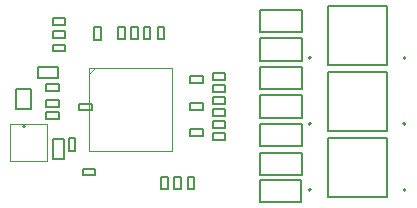
<source format=gbr>
%TF.GenerationSoftware,Altium Limited,Altium Designer,20.2.3 (150)*%
G04 Layer_Color=16711935*
%FSLAX26Y26*%
%MOIN*%
%TF.SameCoordinates,27716F98-0B22-40FE-96F5-AA6DB086EB47*%
%TF.FilePolarity,Positive*%
%TF.FileFunction,Other,Mechanical_13*%
%TF.Part,Single*%
G01*
G75*
%TA.AperFunction,NonConductor*%
%ADD41C,0.007874*%
%ADD42C,0.005000*%
%ADD66C,0.001000*%
%ADD67C,0.003937*%
D41*
X3046457Y1919197D02*
G03*
X3046457Y1919197I-3937J0D01*
G01*
Y1699197D02*
G03*
X3046457Y1699197I-3937J0D01*
G01*
Y1479197D02*
G03*
X3046457Y1479197I-3937J0D01*
G01*
X3361417D02*
G03*
X3361417Y1479197I-3937J0D01*
G01*
X3361071Y1699197D02*
G03*
X3361071Y1699197I-3937J0D01*
G01*
X3361417Y1919197D02*
G03*
X3361417Y1919197I-3937J0D01*
G01*
X2092937Y1690449D02*
G03*
X2092937Y1690449I-3937J0D01*
G01*
D42*
X3101575Y1895575D02*
X3298425D01*
Y2092425D01*
X3101575D02*
X3298425D01*
X3101575Y1895575D02*
Y2092425D01*
Y1675575D02*
X3298425D01*
Y1872425D01*
X3101575D02*
X3298425D01*
X3101575Y1675575D02*
Y1872425D01*
Y1455575D02*
X3298425D01*
Y1652425D01*
X3101575D02*
X3298425D01*
X3101575Y1455575D02*
Y1652425D01*
X2877102Y1814598D02*
X3014898D01*
X2877102Y1889402D02*
X3014898D01*
Y1814598D02*
Y1889402D01*
X2877102Y1814598D02*
Y1889402D01*
X2876102Y1437598D02*
X3013898D01*
X2876102Y1512402D02*
X3013898D01*
Y1437598D02*
Y1512402D01*
X2876102Y1437598D02*
Y1512402D01*
X2877102Y1528598D02*
X3014898D01*
X2877102Y1603402D02*
X3014898D01*
Y1528598D02*
Y1603402D01*
X2877102Y1528598D02*
Y1603402D01*
Y1624598D02*
X3014898D01*
X2877102Y1699402D02*
X3014898D01*
Y1624598D02*
Y1699402D01*
X2877102Y1624598D02*
Y1699402D01*
Y1909598D02*
X3014898D01*
X2877102Y1984402D02*
X3014898D01*
Y1909598D02*
Y1984402D01*
X2877102Y1909598D02*
Y1984402D01*
Y2004598D02*
X3014898D01*
X2877102Y2079402D02*
X3014898D01*
Y2004598D02*
Y2079402D01*
X2877102Y2004598D02*
Y2079402D01*
Y1719598D02*
X3014898D01*
X2877102Y1794402D02*
X3014898D01*
Y1719598D02*
Y1794402D01*
X2877102Y1719598D02*
Y1794402D01*
X3101575Y1455575D02*
X3298425D01*
X3101575D02*
Y1652425D01*
X3298425D01*
Y1455575D02*
Y1652425D01*
X3101228Y1675575D02*
X3298079D01*
X3101228D02*
Y1872425D01*
X3298079D01*
Y1675575D02*
Y1872425D01*
X3101575Y1895575D02*
X3298425D01*
X3101575D02*
Y2092425D01*
X3298425D01*
Y1895575D02*
Y2092425D01*
X2272908Y1766866D02*
X2314640D01*
X2272908Y1744819D02*
X2314640D01*
Y1766866D01*
X2272908Y1744819D02*
Y1766866D01*
X2237976Y1610134D02*
Y1651866D01*
X2260024Y1610134D02*
Y1651866D01*
X2237976Y1610134D02*
X2260024D01*
X2237976Y1651866D02*
X2260024D01*
X2643134Y1857024D02*
X2684866D01*
X2643134Y1834976D02*
X2684866D01*
X2643134D02*
Y1857024D01*
X2684866Y1834976D02*
Y1857024D01*
X2643134Y1767024D02*
X2684866D01*
X2643134Y1744976D02*
X2684866D01*
X2643134D02*
Y1767024D01*
X2684866Y1744976D02*
Y1767024D01*
X2643134Y1681024D02*
X2684866D01*
X2643134Y1658976D02*
X2684866D01*
X2643134D02*
Y1681024D01*
X2684866Y1658976D02*
Y1681024D01*
X2163134Y1754976D02*
X2204866D01*
X2163134Y1777024D02*
X2204866D01*
Y1754976D02*
Y1777024D01*
X2163134Y1754976D02*
Y1777024D01*
Y1809976D02*
X2204866D01*
X2163134Y1832024D02*
X2204866D01*
Y1809976D02*
Y1832024D01*
X2163134Y1809976D02*
Y1832024D01*
X2064394Y1747535D02*
X2113606D01*
X2064394D02*
Y1814465D01*
X2113606D01*
Y1747535D02*
Y1814465D01*
X2719134Y1867024D02*
X2760866D01*
X2719134Y1844976D02*
X2760866D01*
X2719134D02*
Y1867024D01*
X2760866Y1844976D02*
Y1867024D01*
X2719134Y1827024D02*
X2760866D01*
X2719134Y1804976D02*
X2760866D01*
X2719134D02*
Y1827024D01*
X2760866Y1804976D02*
Y1827024D01*
X2719134Y1787024D02*
X2760866D01*
X2719134Y1764976D02*
X2760866D01*
X2719134D02*
Y1787024D01*
X2760866Y1764976D02*
Y1787024D01*
X2719134Y1747024D02*
X2760866D01*
X2719134Y1724976D02*
X2760866D01*
X2719134D02*
Y1747024D01*
X2760866Y1724976D02*
Y1747024D01*
X2719134Y1707024D02*
X2760866D01*
X2719134Y1684976D02*
X2760866D01*
X2719134D02*
Y1707024D01*
X2760866Y1684976D02*
Y1707024D01*
X2719134Y1667024D02*
X2760866D01*
X2719134Y1644976D02*
X2760866D01*
X2719134D02*
Y1667024D01*
X2760866Y1644976D02*
Y1667024D01*
X2163134Y1714976D02*
X2204866D01*
X2163134Y1737024D02*
X2204866D01*
Y1714976D02*
Y1737024D01*
X2163134Y1714976D02*
Y1737024D01*
X2186284Y1649465D02*
X2221716D01*
X2186284Y1582535D02*
X2221716D01*
Y1649465D01*
X2186284Y1582535D02*
Y1649465D01*
X2135535Y1853284D02*
Y1888716D01*
X2202465Y1853284D02*
Y1888716D01*
X2135535D02*
X2202465D01*
X2135535Y1853284D02*
X2202465D01*
X2657024Y1481134D02*
Y1522866D01*
X2634976Y1481134D02*
Y1522866D01*
X2657024D01*
X2634976Y1481134D02*
X2657024D01*
X2546976D02*
Y1522866D01*
X2569024Y1481134D02*
Y1522866D01*
X2546976Y1481134D02*
X2569024D01*
X2546976Y1522866D02*
X2569024D01*
X2185134Y2028976D02*
X2226866D01*
X2185134Y2051024D02*
X2226866D01*
Y2028976D02*
Y2051024D01*
X2185134Y2028976D02*
Y2051024D01*
Y1963024D02*
X2226866D01*
X2185134Y1940976D02*
X2226866D01*
X2185134D02*
Y1963024D01*
X2226866Y1940976D02*
Y1963024D01*
X2488194Y1981693D02*
Y2023425D01*
X2510241Y1981693D02*
Y2023425D01*
X2488194Y1981693D02*
X2510241D01*
X2488194Y2023425D02*
X2510241D01*
X2426241Y1981693D02*
Y2023425D01*
X2404194Y1981693D02*
Y2023425D01*
X2426241D01*
X2404194Y1981693D02*
X2426241D01*
X2534976Y1981693D02*
Y2023425D01*
X2557024Y1981693D02*
Y2023425D01*
X2534976Y1981693D02*
X2557024D01*
X2534976Y2023425D02*
X2557024D01*
X2590976Y1481134D02*
Y1522866D01*
X2613024Y1481134D02*
Y1522866D01*
X2590976Y1481134D02*
X2613024D01*
X2590976Y1522866D02*
X2613024D01*
X2185134Y2007024D02*
X2226866D01*
X2185134Y1984976D02*
X2226866D01*
X2185134D02*
Y2007024D01*
X2226866Y1984976D02*
Y2007024D01*
X2468241Y1981693D02*
Y2023425D01*
X2446194Y1981693D02*
Y2023425D01*
X2468241D01*
X2446194Y1981693D02*
X2468241D01*
X2322976Y1979134D02*
Y2020866D01*
X2345024Y1979134D02*
Y2020866D01*
X2322976Y1979134D02*
X2345024D01*
X2322976Y2020866D02*
X2345024D01*
X2285134Y1526976D02*
X2326866D01*
X2285134Y1549024D02*
X2326866D01*
Y1526976D02*
Y1549024D01*
X2285134Y1526976D02*
Y1549024D01*
D66*
X2043000Y1575000D02*
Y1697000D01*
Y1575000D02*
X2165000D01*
Y1697000D01*
X2043000D02*
X2165000D01*
D67*
X2306205Y1883795D02*
X2581795D01*
Y1608205D02*
Y1883795D01*
X2306205Y1608205D02*
X2581795D01*
X2306205D02*
Y1883795D01*
Y1864110D02*
X2325890Y1883795D01*
%TF.MD5,b43041685a5459d0ba4f3d2e936df134*%
M02*

</source>
